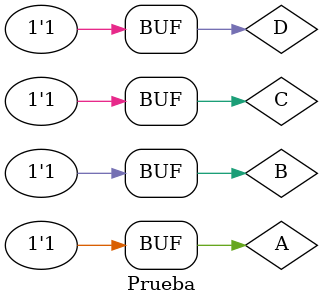
<source format=v>
`timescale 1ns / 1ps


module Prueba();
reg A;
reg B;
reg C; 
reg D;

wire W;
wire Y;
wire Z;
wire X;

Circuito Uo(
.A(A),
.B(B),
.C(C),
.D(D),
.W(W),
.Y(Y),
.X(X),
.Z(Z)
);

initial 
begin

A=1'b0;
B=1'b0;
C=1'b0;
D=1'b0;

#50
A=1'b0;
B=1'b0;
C=1'b0;
D=1'b1;

#50
A=1'b0;
B=1'b0;
C=1'b1;
D=1'b0;

#50
A=1'b0;
B=1'b0;
C=1'b1;
D=1'b1;

#50
A=1'b0;
B=1'b1;
C=1'b0;
D=1'b0;

#50
A=1'b0;
B=1'b1;
C=1'b0;
D=1'b1;

#50
A=1'b0;
B=1'b1;
C=1'b1;
D=1'b0;

#50
A=1'b0;
B=1'b1;
C=1'b1;
D=1'b1;

#50
A=1'b1;
B=1'b0;
C=1'b0;
D=1'b0;

#50
A=1'b1;
B=1'b0;
C=1'b0;
D=1'b1;

#50
A=1'b1;
B=1'b0;
C=1'b1;
D=1'b0;

#50
A=1'b1;
B=1'b0;
C=1'b1;
D=1'b1;

#50
A=1'b1;
B=1'b1;
C=1'b0;
D=1'b0;

#50
A=1'b1;
B=1'b1;
C=1'b0;
D=1'b1;

#50
A=1'b1;
B=1'b1;
C=1'b1;
D=1'b0;

#50
A=1'b1;
B=1'b1;
C=1'b1;
D=1'b1;

end
endmodule

</source>
